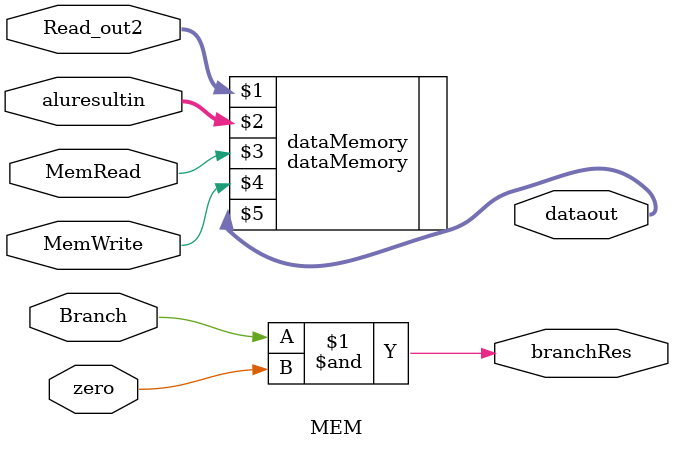
<source format=v>
module MEM(branchRes,dataout,Branch,MemRead,MemWrite,zero,aluresultin,Read_out2);
	input Branch,MemRead,MemWrite,zero;
	input [31:0] aluresultin,Read_out2;
	output branchRes;
	output [31:0] dataout;

assign branchRes = Branch &zero;

dataMemory dataMemory(Read_out2,aluresultin,MemRead,MemWrite,dataout);

endmodule
</source>
